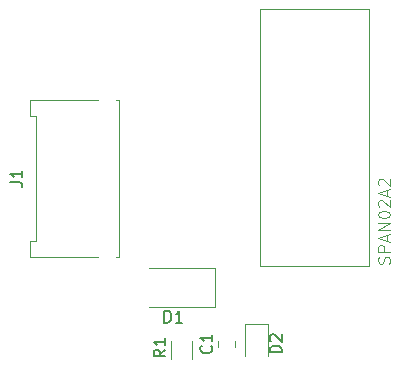
<source format=gbr>
%TF.GenerationSoftware,KiCad,Pcbnew,8.0.4*%
%TF.CreationDate,2024-11-03T19:16:22-06:00*%
%TF.ProjectId,M1 Schematic,4d312053-6368-4656-9d61-7469632e6b69,rev?*%
%TF.SameCoordinates,Original*%
%TF.FileFunction,Legend,Top*%
%TF.FilePolarity,Positive*%
%FSLAX46Y46*%
G04 Gerber Fmt 4.6, Leading zero omitted, Abs format (unit mm)*
G04 Created by KiCad (PCBNEW 8.0.4) date 2024-11-03 19:16:22*
%MOMM*%
%LPD*%
G01*
G04 APERTURE LIST*
%ADD10C,0.150000*%
%ADD11C,0.100000*%
%ADD12C,0.120000*%
G04 APERTURE END LIST*
D10*
X154409580Y-107396666D02*
X154457200Y-107444285D01*
X154457200Y-107444285D02*
X154504819Y-107587142D01*
X154504819Y-107587142D02*
X154504819Y-107682380D01*
X154504819Y-107682380D02*
X154457200Y-107825237D01*
X154457200Y-107825237D02*
X154361961Y-107920475D01*
X154361961Y-107920475D02*
X154266723Y-107968094D01*
X154266723Y-107968094D02*
X154076247Y-108015713D01*
X154076247Y-108015713D02*
X153933390Y-108015713D01*
X153933390Y-108015713D02*
X153742914Y-107968094D01*
X153742914Y-107968094D02*
X153647676Y-107920475D01*
X153647676Y-107920475D02*
X153552438Y-107825237D01*
X153552438Y-107825237D02*
X153504819Y-107682380D01*
X153504819Y-107682380D02*
X153504819Y-107587142D01*
X153504819Y-107587142D02*
X153552438Y-107444285D01*
X153552438Y-107444285D02*
X153600057Y-107396666D01*
X154504819Y-106444285D02*
X154504819Y-107015713D01*
X154504819Y-106729999D02*
X153504819Y-106729999D01*
X153504819Y-106729999D02*
X153647676Y-106825237D01*
X153647676Y-106825237D02*
X153742914Y-106920475D01*
X153742914Y-106920475D02*
X153790533Y-107015713D01*
X160374819Y-107955594D02*
X159374819Y-107955594D01*
X159374819Y-107955594D02*
X159374819Y-107717499D01*
X159374819Y-107717499D02*
X159422438Y-107574642D01*
X159422438Y-107574642D02*
X159517676Y-107479404D01*
X159517676Y-107479404D02*
X159612914Y-107431785D01*
X159612914Y-107431785D02*
X159803390Y-107384166D01*
X159803390Y-107384166D02*
X159946247Y-107384166D01*
X159946247Y-107384166D02*
X160136723Y-107431785D01*
X160136723Y-107431785D02*
X160231961Y-107479404D01*
X160231961Y-107479404D02*
X160327200Y-107574642D01*
X160327200Y-107574642D02*
X160374819Y-107717499D01*
X160374819Y-107717499D02*
X160374819Y-107955594D01*
X159470057Y-107003213D02*
X159422438Y-106955594D01*
X159422438Y-106955594D02*
X159374819Y-106860356D01*
X159374819Y-106860356D02*
X159374819Y-106622261D01*
X159374819Y-106622261D02*
X159422438Y-106527023D01*
X159422438Y-106527023D02*
X159470057Y-106479404D01*
X159470057Y-106479404D02*
X159565295Y-106431785D01*
X159565295Y-106431785D02*
X159660533Y-106431785D01*
X159660533Y-106431785D02*
X159803390Y-106479404D01*
X159803390Y-106479404D02*
X160374819Y-107050832D01*
X160374819Y-107050832D02*
X160374819Y-106431785D01*
D11*
X169499800Y-100435237D02*
X169547419Y-100292380D01*
X169547419Y-100292380D02*
X169547419Y-100054285D01*
X169547419Y-100054285D02*
X169499800Y-99959047D01*
X169499800Y-99959047D02*
X169452180Y-99911428D01*
X169452180Y-99911428D02*
X169356942Y-99863809D01*
X169356942Y-99863809D02*
X169261704Y-99863809D01*
X169261704Y-99863809D02*
X169166466Y-99911428D01*
X169166466Y-99911428D02*
X169118847Y-99959047D01*
X169118847Y-99959047D02*
X169071228Y-100054285D01*
X169071228Y-100054285D02*
X169023609Y-100244761D01*
X169023609Y-100244761D02*
X168975990Y-100339999D01*
X168975990Y-100339999D02*
X168928371Y-100387618D01*
X168928371Y-100387618D02*
X168833133Y-100435237D01*
X168833133Y-100435237D02*
X168737895Y-100435237D01*
X168737895Y-100435237D02*
X168642657Y-100387618D01*
X168642657Y-100387618D02*
X168595038Y-100339999D01*
X168595038Y-100339999D02*
X168547419Y-100244761D01*
X168547419Y-100244761D02*
X168547419Y-100006666D01*
X168547419Y-100006666D02*
X168595038Y-99863809D01*
X169547419Y-99435237D02*
X168547419Y-99435237D01*
X168547419Y-99435237D02*
X168547419Y-99054285D01*
X168547419Y-99054285D02*
X168595038Y-98959047D01*
X168595038Y-98959047D02*
X168642657Y-98911428D01*
X168642657Y-98911428D02*
X168737895Y-98863809D01*
X168737895Y-98863809D02*
X168880752Y-98863809D01*
X168880752Y-98863809D02*
X168975990Y-98911428D01*
X168975990Y-98911428D02*
X169023609Y-98959047D01*
X169023609Y-98959047D02*
X169071228Y-99054285D01*
X169071228Y-99054285D02*
X169071228Y-99435237D01*
X169261704Y-98482856D02*
X169261704Y-98006666D01*
X169547419Y-98578094D02*
X168547419Y-98244761D01*
X168547419Y-98244761D02*
X169547419Y-97911428D01*
X169547419Y-97578094D02*
X168547419Y-97578094D01*
X168547419Y-97578094D02*
X169547419Y-97006666D01*
X169547419Y-97006666D02*
X168547419Y-97006666D01*
X168547419Y-96339999D02*
X168547419Y-96244761D01*
X168547419Y-96244761D02*
X168595038Y-96149523D01*
X168595038Y-96149523D02*
X168642657Y-96101904D01*
X168642657Y-96101904D02*
X168737895Y-96054285D01*
X168737895Y-96054285D02*
X168928371Y-96006666D01*
X168928371Y-96006666D02*
X169166466Y-96006666D01*
X169166466Y-96006666D02*
X169356942Y-96054285D01*
X169356942Y-96054285D02*
X169452180Y-96101904D01*
X169452180Y-96101904D02*
X169499800Y-96149523D01*
X169499800Y-96149523D02*
X169547419Y-96244761D01*
X169547419Y-96244761D02*
X169547419Y-96339999D01*
X169547419Y-96339999D02*
X169499800Y-96435237D01*
X169499800Y-96435237D02*
X169452180Y-96482856D01*
X169452180Y-96482856D02*
X169356942Y-96530475D01*
X169356942Y-96530475D02*
X169166466Y-96578094D01*
X169166466Y-96578094D02*
X168928371Y-96578094D01*
X168928371Y-96578094D02*
X168737895Y-96530475D01*
X168737895Y-96530475D02*
X168642657Y-96482856D01*
X168642657Y-96482856D02*
X168595038Y-96435237D01*
X168595038Y-96435237D02*
X168547419Y-96339999D01*
X168642657Y-95625713D02*
X168595038Y-95578094D01*
X168595038Y-95578094D02*
X168547419Y-95482856D01*
X168547419Y-95482856D02*
X168547419Y-95244761D01*
X168547419Y-95244761D02*
X168595038Y-95149523D01*
X168595038Y-95149523D02*
X168642657Y-95101904D01*
X168642657Y-95101904D02*
X168737895Y-95054285D01*
X168737895Y-95054285D02*
X168833133Y-95054285D01*
X168833133Y-95054285D02*
X168975990Y-95101904D01*
X168975990Y-95101904D02*
X169547419Y-95673332D01*
X169547419Y-95673332D02*
X169547419Y-95054285D01*
X169261704Y-94673332D02*
X169261704Y-94197142D01*
X169547419Y-94768570D02*
X168547419Y-94435237D01*
X168547419Y-94435237D02*
X169547419Y-94101904D01*
X168642657Y-93816189D02*
X168595038Y-93768570D01*
X168595038Y-93768570D02*
X168547419Y-93673332D01*
X168547419Y-93673332D02*
X168547419Y-93435237D01*
X168547419Y-93435237D02*
X168595038Y-93339999D01*
X168595038Y-93339999D02*
X168642657Y-93292380D01*
X168642657Y-93292380D02*
X168737895Y-93244761D01*
X168737895Y-93244761D02*
X168833133Y-93244761D01*
X168833133Y-93244761D02*
X168975990Y-93292380D01*
X168975990Y-93292380D02*
X169547419Y-93863808D01*
X169547419Y-93863808D02*
X169547419Y-93244761D01*
D10*
X150451905Y-105424819D02*
X150451905Y-104424819D01*
X150451905Y-104424819D02*
X150690000Y-104424819D01*
X150690000Y-104424819D02*
X150832857Y-104472438D01*
X150832857Y-104472438D02*
X150928095Y-104567676D01*
X150928095Y-104567676D02*
X150975714Y-104662914D01*
X150975714Y-104662914D02*
X151023333Y-104853390D01*
X151023333Y-104853390D02*
X151023333Y-104996247D01*
X151023333Y-104996247D02*
X150975714Y-105186723D01*
X150975714Y-105186723D02*
X150928095Y-105281961D01*
X150928095Y-105281961D02*
X150832857Y-105377200D01*
X150832857Y-105377200D02*
X150690000Y-105424819D01*
X150690000Y-105424819D02*
X150451905Y-105424819D01*
X151975714Y-105424819D02*
X151404286Y-105424819D01*
X151690000Y-105424819D02*
X151690000Y-104424819D01*
X151690000Y-104424819D02*
X151594762Y-104567676D01*
X151594762Y-104567676D02*
X151499524Y-104662914D01*
X151499524Y-104662914D02*
X151404286Y-104710533D01*
X137414819Y-93563333D02*
X138129104Y-93563333D01*
X138129104Y-93563333D02*
X138271961Y-93610952D01*
X138271961Y-93610952D02*
X138367200Y-93706190D01*
X138367200Y-93706190D02*
X138414819Y-93849047D01*
X138414819Y-93849047D02*
X138414819Y-93944285D01*
X138414819Y-92563333D02*
X138414819Y-93134761D01*
X138414819Y-92849047D02*
X137414819Y-92849047D01*
X137414819Y-92849047D02*
X137557676Y-92944285D01*
X137557676Y-92944285D02*
X137652914Y-93039523D01*
X137652914Y-93039523D02*
X137700533Y-93134761D01*
X150534819Y-107726666D02*
X150058628Y-108059999D01*
X150534819Y-108298094D02*
X149534819Y-108298094D01*
X149534819Y-108298094D02*
X149534819Y-107917142D01*
X149534819Y-107917142D02*
X149582438Y-107821904D01*
X149582438Y-107821904D02*
X149630057Y-107774285D01*
X149630057Y-107774285D02*
X149725295Y-107726666D01*
X149725295Y-107726666D02*
X149868152Y-107726666D01*
X149868152Y-107726666D02*
X149963390Y-107774285D01*
X149963390Y-107774285D02*
X150011009Y-107821904D01*
X150011009Y-107821904D02*
X150058628Y-107917142D01*
X150058628Y-107917142D02*
X150058628Y-108298094D01*
X150534819Y-106774285D02*
X150534819Y-107345713D01*
X150534819Y-107059999D02*
X149534819Y-107059999D01*
X149534819Y-107059999D02*
X149677676Y-107155237D01*
X149677676Y-107155237D02*
X149772914Y-107250475D01*
X149772914Y-107250475D02*
X149820533Y-107345713D01*
D12*
%TO.C,C1*%
X154995000Y-107491252D02*
X154995000Y-106968748D01*
X156465000Y-107491252D02*
X156465000Y-106968748D01*
%TO.C,D2*%
X157310000Y-105532500D02*
X157310000Y-108217500D01*
X159230000Y-105532500D02*
X157310000Y-105532500D01*
X159230000Y-108217500D02*
X159230000Y-105532500D01*
D11*
%TO.C,SPAN02A2*%
X158580000Y-78860000D02*
X158580000Y-100660000D01*
X158580000Y-100660000D02*
X167780000Y-100660000D01*
X167780000Y-78860000D02*
X158580000Y-78860000D01*
X167780000Y-100660000D02*
X167780000Y-78860000D01*
D12*
%TO.C,D1*%
X154700000Y-100820000D02*
X149190000Y-100820000D01*
X154700000Y-104120000D02*
X149190000Y-104120000D01*
X154700000Y-104120000D02*
X154700000Y-100820000D01*
%TO.C,J1*%
X139050000Y-86545000D02*
X144800000Y-86545000D01*
X139050000Y-87965000D02*
X139050000Y-86545000D01*
X139050000Y-98495000D02*
X139550000Y-98495000D01*
X139050000Y-99915000D02*
X139050000Y-98495000D01*
X139550000Y-87965000D02*
X139050000Y-87965000D01*
X139550000Y-98495000D02*
X139550000Y-87965000D01*
X144800000Y-99915000D02*
X139050000Y-99915000D01*
X146340000Y-99915000D02*
X146640000Y-99915000D01*
X146640000Y-86545000D02*
X146340000Y-86545000D01*
X146640000Y-99915000D02*
X146640000Y-86545000D01*
%TO.C,R1*%
X151010000Y-107015436D02*
X151010000Y-108469564D01*
X152830000Y-107015436D02*
X152830000Y-108469564D01*
%TD*%
M02*

</source>
